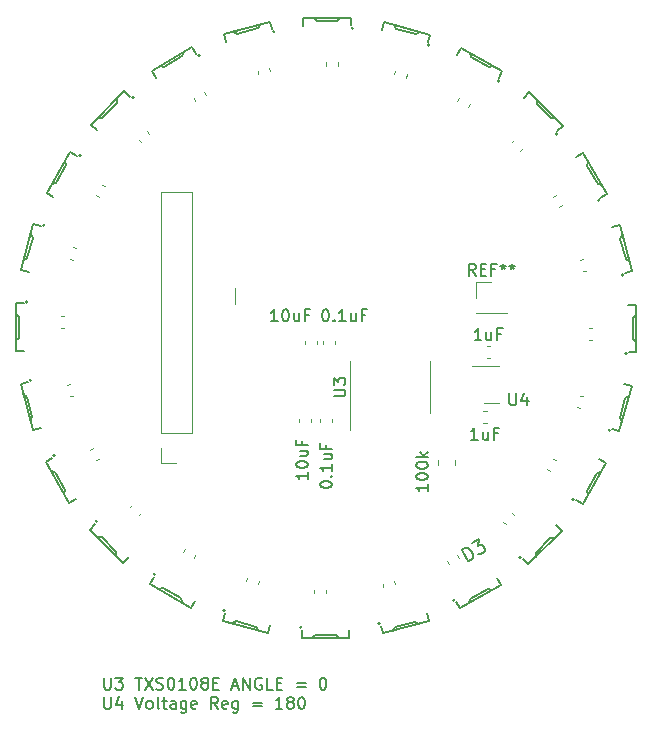
<source format=gbr>
G04 #@! TF.GenerationSoftware,KiCad,Pcbnew,7.0.2-0*
G04 #@! TF.CreationDate,2023-06-19T13:03:14-04:00*
G04 #@! TF.ProjectId,speed_joystick,73706565-645f-46a6-9f79-737469636b2e,rev?*
G04 #@! TF.SameCoordinates,Original*
G04 #@! TF.FileFunction,Legend,Top*
G04 #@! TF.FilePolarity,Positive*
%FSLAX46Y46*%
G04 Gerber Fmt 4.6, Leading zero omitted, Abs format (unit mm)*
G04 Created by KiCad (PCBNEW 7.0.2-0) date 2023-06-19 13:03:14*
%MOMM*%
%LPD*%
G01*
G04 APERTURE LIST*
%ADD10C,0.150000*%
%ADD11C,0.152000*%
%ADD12C,0.120000*%
G04 APERTURE END LIST*
D10*
X-18811904Y-29642619D02*
X-18811904Y-30452142D01*
X-18811904Y-30452142D02*
X-18764285Y-30547380D01*
X-18764285Y-30547380D02*
X-18716666Y-30595000D01*
X-18716666Y-30595000D02*
X-18621428Y-30642619D01*
X-18621428Y-30642619D02*
X-18430952Y-30642619D01*
X-18430952Y-30642619D02*
X-18335714Y-30595000D01*
X-18335714Y-30595000D02*
X-18288095Y-30547380D01*
X-18288095Y-30547380D02*
X-18240476Y-30452142D01*
X-18240476Y-30452142D02*
X-18240476Y-29642619D01*
X-17859523Y-29642619D02*
X-17240476Y-29642619D01*
X-17240476Y-29642619D02*
X-17573809Y-30023571D01*
X-17573809Y-30023571D02*
X-17430952Y-30023571D01*
X-17430952Y-30023571D02*
X-17335714Y-30071190D01*
X-17335714Y-30071190D02*
X-17288095Y-30118809D01*
X-17288095Y-30118809D02*
X-17240476Y-30214047D01*
X-17240476Y-30214047D02*
X-17240476Y-30452142D01*
X-17240476Y-30452142D02*
X-17288095Y-30547380D01*
X-17288095Y-30547380D02*
X-17335714Y-30595000D01*
X-17335714Y-30595000D02*
X-17430952Y-30642619D01*
X-17430952Y-30642619D02*
X-17716666Y-30642619D01*
X-17716666Y-30642619D02*
X-17811904Y-30595000D01*
X-17811904Y-30595000D02*
X-17859523Y-30547380D01*
X-16192856Y-29642619D02*
X-15621428Y-29642619D01*
X-15907142Y-30642619D02*
X-15907142Y-29642619D01*
X-15383332Y-29642619D02*
X-14716666Y-30642619D01*
X-14716666Y-29642619D02*
X-15383332Y-30642619D01*
X-14383332Y-30595000D02*
X-14240475Y-30642619D01*
X-14240475Y-30642619D02*
X-14002380Y-30642619D01*
X-14002380Y-30642619D02*
X-13907142Y-30595000D01*
X-13907142Y-30595000D02*
X-13859523Y-30547380D01*
X-13859523Y-30547380D02*
X-13811904Y-30452142D01*
X-13811904Y-30452142D02*
X-13811904Y-30356904D01*
X-13811904Y-30356904D02*
X-13859523Y-30261666D01*
X-13859523Y-30261666D02*
X-13907142Y-30214047D01*
X-13907142Y-30214047D02*
X-14002380Y-30166428D01*
X-14002380Y-30166428D02*
X-14192856Y-30118809D01*
X-14192856Y-30118809D02*
X-14288094Y-30071190D01*
X-14288094Y-30071190D02*
X-14335713Y-30023571D01*
X-14335713Y-30023571D02*
X-14383332Y-29928333D01*
X-14383332Y-29928333D02*
X-14383332Y-29833095D01*
X-14383332Y-29833095D02*
X-14335713Y-29737857D01*
X-14335713Y-29737857D02*
X-14288094Y-29690238D01*
X-14288094Y-29690238D02*
X-14192856Y-29642619D01*
X-14192856Y-29642619D02*
X-13954761Y-29642619D01*
X-13954761Y-29642619D02*
X-13811904Y-29690238D01*
X-13192856Y-29642619D02*
X-13097618Y-29642619D01*
X-13097618Y-29642619D02*
X-13002380Y-29690238D01*
X-13002380Y-29690238D02*
X-12954761Y-29737857D01*
X-12954761Y-29737857D02*
X-12907142Y-29833095D01*
X-12907142Y-29833095D02*
X-12859523Y-30023571D01*
X-12859523Y-30023571D02*
X-12859523Y-30261666D01*
X-12859523Y-30261666D02*
X-12907142Y-30452142D01*
X-12907142Y-30452142D02*
X-12954761Y-30547380D01*
X-12954761Y-30547380D02*
X-13002380Y-30595000D01*
X-13002380Y-30595000D02*
X-13097618Y-30642619D01*
X-13097618Y-30642619D02*
X-13192856Y-30642619D01*
X-13192856Y-30642619D02*
X-13288094Y-30595000D01*
X-13288094Y-30595000D02*
X-13335713Y-30547380D01*
X-13335713Y-30547380D02*
X-13383332Y-30452142D01*
X-13383332Y-30452142D02*
X-13430951Y-30261666D01*
X-13430951Y-30261666D02*
X-13430951Y-30023571D01*
X-13430951Y-30023571D02*
X-13383332Y-29833095D01*
X-13383332Y-29833095D02*
X-13335713Y-29737857D01*
X-13335713Y-29737857D02*
X-13288094Y-29690238D01*
X-13288094Y-29690238D02*
X-13192856Y-29642619D01*
X-11907142Y-30642619D02*
X-12478570Y-30642619D01*
X-12192856Y-30642619D02*
X-12192856Y-29642619D01*
X-12192856Y-29642619D02*
X-12288094Y-29785476D01*
X-12288094Y-29785476D02*
X-12383332Y-29880714D01*
X-12383332Y-29880714D02*
X-12478570Y-29928333D01*
X-11288094Y-29642619D02*
X-11192856Y-29642619D01*
X-11192856Y-29642619D02*
X-11097618Y-29690238D01*
X-11097618Y-29690238D02*
X-11049999Y-29737857D01*
X-11049999Y-29737857D02*
X-11002380Y-29833095D01*
X-11002380Y-29833095D02*
X-10954761Y-30023571D01*
X-10954761Y-30023571D02*
X-10954761Y-30261666D01*
X-10954761Y-30261666D02*
X-11002380Y-30452142D01*
X-11002380Y-30452142D02*
X-11049999Y-30547380D01*
X-11049999Y-30547380D02*
X-11097618Y-30595000D01*
X-11097618Y-30595000D02*
X-11192856Y-30642619D01*
X-11192856Y-30642619D02*
X-11288094Y-30642619D01*
X-11288094Y-30642619D02*
X-11383332Y-30595000D01*
X-11383332Y-30595000D02*
X-11430951Y-30547380D01*
X-11430951Y-30547380D02*
X-11478570Y-30452142D01*
X-11478570Y-30452142D02*
X-11526189Y-30261666D01*
X-11526189Y-30261666D02*
X-11526189Y-30023571D01*
X-11526189Y-30023571D02*
X-11478570Y-29833095D01*
X-11478570Y-29833095D02*
X-11430951Y-29737857D01*
X-11430951Y-29737857D02*
X-11383332Y-29690238D01*
X-11383332Y-29690238D02*
X-11288094Y-29642619D01*
X-10383332Y-30071190D02*
X-10478570Y-30023571D01*
X-10478570Y-30023571D02*
X-10526189Y-29975952D01*
X-10526189Y-29975952D02*
X-10573808Y-29880714D01*
X-10573808Y-29880714D02*
X-10573808Y-29833095D01*
X-10573808Y-29833095D02*
X-10526189Y-29737857D01*
X-10526189Y-29737857D02*
X-10478570Y-29690238D01*
X-10478570Y-29690238D02*
X-10383332Y-29642619D01*
X-10383332Y-29642619D02*
X-10192856Y-29642619D01*
X-10192856Y-29642619D02*
X-10097618Y-29690238D01*
X-10097618Y-29690238D02*
X-10049999Y-29737857D01*
X-10049999Y-29737857D02*
X-10002380Y-29833095D01*
X-10002380Y-29833095D02*
X-10002380Y-29880714D01*
X-10002380Y-29880714D02*
X-10049999Y-29975952D01*
X-10049999Y-29975952D02*
X-10097618Y-30023571D01*
X-10097618Y-30023571D02*
X-10192856Y-30071190D01*
X-10192856Y-30071190D02*
X-10383332Y-30071190D01*
X-10383332Y-30071190D02*
X-10478570Y-30118809D01*
X-10478570Y-30118809D02*
X-10526189Y-30166428D01*
X-10526189Y-30166428D02*
X-10573808Y-30261666D01*
X-10573808Y-30261666D02*
X-10573808Y-30452142D01*
X-10573808Y-30452142D02*
X-10526189Y-30547380D01*
X-10526189Y-30547380D02*
X-10478570Y-30595000D01*
X-10478570Y-30595000D02*
X-10383332Y-30642619D01*
X-10383332Y-30642619D02*
X-10192856Y-30642619D01*
X-10192856Y-30642619D02*
X-10097618Y-30595000D01*
X-10097618Y-30595000D02*
X-10049999Y-30547380D01*
X-10049999Y-30547380D02*
X-10002380Y-30452142D01*
X-10002380Y-30452142D02*
X-10002380Y-30261666D01*
X-10002380Y-30261666D02*
X-10049999Y-30166428D01*
X-10049999Y-30166428D02*
X-10097618Y-30118809D01*
X-10097618Y-30118809D02*
X-10192856Y-30071190D01*
X-9573808Y-30118809D02*
X-9240475Y-30118809D01*
X-9097618Y-30642619D02*
X-9573808Y-30642619D01*
X-9573808Y-30642619D02*
X-9573808Y-29642619D01*
X-9573808Y-29642619D02*
X-9097618Y-29642619D01*
X-7954760Y-30356904D02*
X-7478570Y-30356904D01*
X-8049998Y-30642619D02*
X-7716665Y-29642619D01*
X-7716665Y-29642619D02*
X-7383332Y-30642619D01*
X-7049998Y-30642619D02*
X-7049998Y-29642619D01*
X-7049998Y-29642619D02*
X-6478570Y-30642619D01*
X-6478570Y-30642619D02*
X-6478570Y-29642619D01*
X-5478570Y-29690238D02*
X-5573808Y-29642619D01*
X-5573808Y-29642619D02*
X-5716665Y-29642619D01*
X-5716665Y-29642619D02*
X-5859522Y-29690238D01*
X-5859522Y-29690238D02*
X-5954760Y-29785476D01*
X-5954760Y-29785476D02*
X-6002379Y-29880714D01*
X-6002379Y-29880714D02*
X-6049998Y-30071190D01*
X-6049998Y-30071190D02*
X-6049998Y-30214047D01*
X-6049998Y-30214047D02*
X-6002379Y-30404523D01*
X-6002379Y-30404523D02*
X-5954760Y-30499761D01*
X-5954760Y-30499761D02*
X-5859522Y-30595000D01*
X-5859522Y-30595000D02*
X-5716665Y-30642619D01*
X-5716665Y-30642619D02*
X-5621427Y-30642619D01*
X-5621427Y-30642619D02*
X-5478570Y-30595000D01*
X-5478570Y-30595000D02*
X-5430951Y-30547380D01*
X-5430951Y-30547380D02*
X-5430951Y-30214047D01*
X-5430951Y-30214047D02*
X-5621427Y-30214047D01*
X-4526189Y-30642619D02*
X-5002379Y-30642619D01*
X-5002379Y-30642619D02*
X-5002379Y-29642619D01*
X-4192855Y-30118809D02*
X-3859522Y-30118809D01*
X-3716665Y-30642619D02*
X-4192855Y-30642619D01*
X-4192855Y-30642619D02*
X-4192855Y-29642619D01*
X-4192855Y-29642619D02*
X-3716665Y-29642619D01*
X-2526188Y-30118809D02*
X-1764284Y-30118809D01*
X-1764284Y-30404523D02*
X-2526188Y-30404523D01*
X-335712Y-29642619D02*
X-240474Y-29642619D01*
X-240474Y-29642619D02*
X-145236Y-29690238D01*
X-145236Y-29690238D02*
X-97617Y-29737857D01*
X-97617Y-29737857D02*
X-49998Y-29833095D01*
X-49998Y-29833095D02*
X-2379Y-30023571D01*
X-2379Y-30023571D02*
X-2379Y-30261666D01*
X-2379Y-30261666D02*
X-49998Y-30452142D01*
X-49998Y-30452142D02*
X-97617Y-30547380D01*
X-97617Y-30547380D02*
X-145236Y-30595000D01*
X-145236Y-30595000D02*
X-240474Y-30642619D01*
X-240474Y-30642619D02*
X-335712Y-30642619D01*
X-335712Y-30642619D02*
X-430950Y-30595000D01*
X-430950Y-30595000D02*
X-478569Y-30547380D01*
X-478569Y-30547380D02*
X-526188Y-30452142D01*
X-526188Y-30452142D02*
X-573807Y-30261666D01*
X-573807Y-30261666D02*
X-573807Y-30023571D01*
X-573807Y-30023571D02*
X-526188Y-29833095D01*
X-526188Y-29833095D02*
X-478569Y-29737857D01*
X-478569Y-29737857D02*
X-430950Y-29690238D01*
X-430950Y-29690238D02*
X-335712Y-29642619D01*
X-18811904Y-31262619D02*
X-18811904Y-32072142D01*
X-18811904Y-32072142D02*
X-18764285Y-32167380D01*
X-18764285Y-32167380D02*
X-18716666Y-32215000D01*
X-18716666Y-32215000D02*
X-18621428Y-32262619D01*
X-18621428Y-32262619D02*
X-18430952Y-32262619D01*
X-18430952Y-32262619D02*
X-18335714Y-32215000D01*
X-18335714Y-32215000D02*
X-18288095Y-32167380D01*
X-18288095Y-32167380D02*
X-18240476Y-32072142D01*
X-18240476Y-32072142D02*
X-18240476Y-31262619D01*
X-17335714Y-31595952D02*
X-17335714Y-32262619D01*
X-17573809Y-31215000D02*
X-17811904Y-31929285D01*
X-17811904Y-31929285D02*
X-17192857Y-31929285D01*
X-16192856Y-31262619D02*
X-15859523Y-32262619D01*
X-15859523Y-32262619D02*
X-15526190Y-31262619D01*
X-15049999Y-32262619D02*
X-15145237Y-32215000D01*
X-15145237Y-32215000D02*
X-15192856Y-32167380D01*
X-15192856Y-32167380D02*
X-15240475Y-32072142D01*
X-15240475Y-32072142D02*
X-15240475Y-31786428D01*
X-15240475Y-31786428D02*
X-15192856Y-31691190D01*
X-15192856Y-31691190D02*
X-15145237Y-31643571D01*
X-15145237Y-31643571D02*
X-15049999Y-31595952D01*
X-15049999Y-31595952D02*
X-14907142Y-31595952D01*
X-14907142Y-31595952D02*
X-14811904Y-31643571D01*
X-14811904Y-31643571D02*
X-14764285Y-31691190D01*
X-14764285Y-31691190D02*
X-14716666Y-31786428D01*
X-14716666Y-31786428D02*
X-14716666Y-32072142D01*
X-14716666Y-32072142D02*
X-14764285Y-32167380D01*
X-14764285Y-32167380D02*
X-14811904Y-32215000D01*
X-14811904Y-32215000D02*
X-14907142Y-32262619D01*
X-14907142Y-32262619D02*
X-15049999Y-32262619D01*
X-14145237Y-32262619D02*
X-14240475Y-32215000D01*
X-14240475Y-32215000D02*
X-14288094Y-32119761D01*
X-14288094Y-32119761D02*
X-14288094Y-31262619D01*
X-13907141Y-31595952D02*
X-13526189Y-31595952D01*
X-13764284Y-31262619D02*
X-13764284Y-32119761D01*
X-13764284Y-32119761D02*
X-13716665Y-32215000D01*
X-13716665Y-32215000D02*
X-13621427Y-32262619D01*
X-13621427Y-32262619D02*
X-13526189Y-32262619D01*
X-12764284Y-32262619D02*
X-12764284Y-31738809D01*
X-12764284Y-31738809D02*
X-12811903Y-31643571D01*
X-12811903Y-31643571D02*
X-12907141Y-31595952D01*
X-12907141Y-31595952D02*
X-13097617Y-31595952D01*
X-13097617Y-31595952D02*
X-13192855Y-31643571D01*
X-12764284Y-32215000D02*
X-12859522Y-32262619D01*
X-12859522Y-32262619D02*
X-13097617Y-32262619D01*
X-13097617Y-32262619D02*
X-13192855Y-32215000D01*
X-13192855Y-32215000D02*
X-13240474Y-32119761D01*
X-13240474Y-32119761D02*
X-13240474Y-32024523D01*
X-13240474Y-32024523D02*
X-13192855Y-31929285D01*
X-13192855Y-31929285D02*
X-13097617Y-31881666D01*
X-13097617Y-31881666D02*
X-12859522Y-31881666D01*
X-12859522Y-31881666D02*
X-12764284Y-31834047D01*
X-11859522Y-31595952D02*
X-11859522Y-32405476D01*
X-11859522Y-32405476D02*
X-11907141Y-32500714D01*
X-11907141Y-32500714D02*
X-11954760Y-32548333D01*
X-11954760Y-32548333D02*
X-12049998Y-32595952D01*
X-12049998Y-32595952D02*
X-12192855Y-32595952D01*
X-12192855Y-32595952D02*
X-12288093Y-32548333D01*
X-11859522Y-32215000D02*
X-11954760Y-32262619D01*
X-11954760Y-32262619D02*
X-12145236Y-32262619D01*
X-12145236Y-32262619D02*
X-12240474Y-32215000D01*
X-12240474Y-32215000D02*
X-12288093Y-32167380D01*
X-12288093Y-32167380D02*
X-12335712Y-32072142D01*
X-12335712Y-32072142D02*
X-12335712Y-31786428D01*
X-12335712Y-31786428D02*
X-12288093Y-31691190D01*
X-12288093Y-31691190D02*
X-12240474Y-31643571D01*
X-12240474Y-31643571D02*
X-12145236Y-31595952D01*
X-12145236Y-31595952D02*
X-11954760Y-31595952D01*
X-11954760Y-31595952D02*
X-11859522Y-31643571D01*
X-11002379Y-32215000D02*
X-11097617Y-32262619D01*
X-11097617Y-32262619D02*
X-11288093Y-32262619D01*
X-11288093Y-32262619D02*
X-11383331Y-32215000D01*
X-11383331Y-32215000D02*
X-11430950Y-32119761D01*
X-11430950Y-32119761D02*
X-11430950Y-31738809D01*
X-11430950Y-31738809D02*
X-11383331Y-31643571D01*
X-11383331Y-31643571D02*
X-11288093Y-31595952D01*
X-11288093Y-31595952D02*
X-11097617Y-31595952D01*
X-11097617Y-31595952D02*
X-11002379Y-31643571D01*
X-11002379Y-31643571D02*
X-10954760Y-31738809D01*
X-10954760Y-31738809D02*
X-10954760Y-31834047D01*
X-10954760Y-31834047D02*
X-11430950Y-31929285D01*
X-9192855Y-32262619D02*
X-9526188Y-31786428D01*
X-9764283Y-32262619D02*
X-9764283Y-31262619D01*
X-9764283Y-31262619D02*
X-9383331Y-31262619D01*
X-9383331Y-31262619D02*
X-9288093Y-31310238D01*
X-9288093Y-31310238D02*
X-9240474Y-31357857D01*
X-9240474Y-31357857D02*
X-9192855Y-31453095D01*
X-9192855Y-31453095D02*
X-9192855Y-31595952D01*
X-9192855Y-31595952D02*
X-9240474Y-31691190D01*
X-9240474Y-31691190D02*
X-9288093Y-31738809D01*
X-9288093Y-31738809D02*
X-9383331Y-31786428D01*
X-9383331Y-31786428D02*
X-9764283Y-31786428D01*
X-8383331Y-32215000D02*
X-8478569Y-32262619D01*
X-8478569Y-32262619D02*
X-8669045Y-32262619D01*
X-8669045Y-32262619D02*
X-8764283Y-32215000D01*
X-8764283Y-32215000D02*
X-8811902Y-32119761D01*
X-8811902Y-32119761D02*
X-8811902Y-31738809D01*
X-8811902Y-31738809D02*
X-8764283Y-31643571D01*
X-8764283Y-31643571D02*
X-8669045Y-31595952D01*
X-8669045Y-31595952D02*
X-8478569Y-31595952D01*
X-8478569Y-31595952D02*
X-8383331Y-31643571D01*
X-8383331Y-31643571D02*
X-8335712Y-31738809D01*
X-8335712Y-31738809D02*
X-8335712Y-31834047D01*
X-8335712Y-31834047D02*
X-8811902Y-31929285D01*
X-7478569Y-31595952D02*
X-7478569Y-32405476D01*
X-7478569Y-32405476D02*
X-7526188Y-32500714D01*
X-7526188Y-32500714D02*
X-7573807Y-32548333D01*
X-7573807Y-32548333D02*
X-7669045Y-32595952D01*
X-7669045Y-32595952D02*
X-7811902Y-32595952D01*
X-7811902Y-32595952D02*
X-7907140Y-32548333D01*
X-7478569Y-32215000D02*
X-7573807Y-32262619D01*
X-7573807Y-32262619D02*
X-7764283Y-32262619D01*
X-7764283Y-32262619D02*
X-7859521Y-32215000D01*
X-7859521Y-32215000D02*
X-7907140Y-32167380D01*
X-7907140Y-32167380D02*
X-7954759Y-32072142D01*
X-7954759Y-32072142D02*
X-7954759Y-31786428D01*
X-7954759Y-31786428D02*
X-7907140Y-31691190D01*
X-7907140Y-31691190D02*
X-7859521Y-31643571D01*
X-7859521Y-31643571D02*
X-7764283Y-31595952D01*
X-7764283Y-31595952D02*
X-7573807Y-31595952D01*
X-7573807Y-31595952D02*
X-7478569Y-31643571D01*
X-6240473Y-31738809D02*
X-5478569Y-31738809D01*
X-5478569Y-32024523D02*
X-6240473Y-32024523D01*
X-3716664Y-32262619D02*
X-4288092Y-32262619D01*
X-4002378Y-32262619D02*
X-4002378Y-31262619D01*
X-4002378Y-31262619D02*
X-4097616Y-31405476D01*
X-4097616Y-31405476D02*
X-4192854Y-31500714D01*
X-4192854Y-31500714D02*
X-4288092Y-31548333D01*
X-3145235Y-31691190D02*
X-3240473Y-31643571D01*
X-3240473Y-31643571D02*
X-3288092Y-31595952D01*
X-3288092Y-31595952D02*
X-3335711Y-31500714D01*
X-3335711Y-31500714D02*
X-3335711Y-31453095D01*
X-3335711Y-31453095D02*
X-3288092Y-31357857D01*
X-3288092Y-31357857D02*
X-3240473Y-31310238D01*
X-3240473Y-31310238D02*
X-3145235Y-31262619D01*
X-3145235Y-31262619D02*
X-2954759Y-31262619D01*
X-2954759Y-31262619D02*
X-2859521Y-31310238D01*
X-2859521Y-31310238D02*
X-2811902Y-31357857D01*
X-2811902Y-31357857D02*
X-2764283Y-31453095D01*
X-2764283Y-31453095D02*
X-2764283Y-31500714D01*
X-2764283Y-31500714D02*
X-2811902Y-31595952D01*
X-2811902Y-31595952D02*
X-2859521Y-31643571D01*
X-2859521Y-31643571D02*
X-2954759Y-31691190D01*
X-2954759Y-31691190D02*
X-3145235Y-31691190D01*
X-3145235Y-31691190D02*
X-3240473Y-31738809D01*
X-3240473Y-31738809D02*
X-3288092Y-31786428D01*
X-3288092Y-31786428D02*
X-3335711Y-31881666D01*
X-3335711Y-31881666D02*
X-3335711Y-32072142D01*
X-3335711Y-32072142D02*
X-3288092Y-32167380D01*
X-3288092Y-32167380D02*
X-3240473Y-32215000D01*
X-3240473Y-32215000D02*
X-3145235Y-32262619D01*
X-3145235Y-32262619D02*
X-2954759Y-32262619D01*
X-2954759Y-32262619D02*
X-2859521Y-32215000D01*
X-2859521Y-32215000D02*
X-2811902Y-32167380D01*
X-2811902Y-32167380D02*
X-2764283Y-32072142D01*
X-2764283Y-32072142D02*
X-2764283Y-31881666D01*
X-2764283Y-31881666D02*
X-2811902Y-31786428D01*
X-2811902Y-31786428D02*
X-2859521Y-31738809D01*
X-2859521Y-31738809D02*
X-2954759Y-31691190D01*
X-2145235Y-31262619D02*
X-2049997Y-31262619D01*
X-2049997Y-31262619D02*
X-1954759Y-31310238D01*
X-1954759Y-31310238D02*
X-1907140Y-31357857D01*
X-1907140Y-31357857D02*
X-1859521Y-31453095D01*
X-1859521Y-31453095D02*
X-1811902Y-31643571D01*
X-1811902Y-31643571D02*
X-1811902Y-31881666D01*
X-1811902Y-31881666D02*
X-1859521Y-32072142D01*
X-1859521Y-32072142D02*
X-1907140Y-32167380D01*
X-1907140Y-32167380D02*
X-1954759Y-32215000D01*
X-1954759Y-32215000D02*
X-2049997Y-32262619D01*
X-2049997Y-32262619D02*
X-2145235Y-32262619D01*
X-2145235Y-32262619D02*
X-2240473Y-32215000D01*
X-2240473Y-32215000D02*
X-2288092Y-32167380D01*
X-2288092Y-32167380D02*
X-2335711Y-32072142D01*
X-2335711Y-32072142D02*
X-2383330Y-31881666D01*
X-2383330Y-31881666D02*
X-2383330Y-31643571D01*
X-2383330Y-31643571D02*
X-2335711Y-31453095D01*
X-2335711Y-31453095D02*
X-2288092Y-31357857D01*
X-2288092Y-31357857D02*
X-2240473Y-31310238D01*
X-2240473Y-31310238D02*
X-2145235Y-31262619D01*
X12826261Y-9468619D02*
X12254833Y-9468619D01*
X12540547Y-9468619D02*
X12540547Y-8468619D01*
X12540547Y-8468619D02*
X12445309Y-8611476D01*
X12445309Y-8611476D02*
X12350071Y-8706714D01*
X12350071Y-8706714D02*
X12254833Y-8754333D01*
X13683404Y-8801952D02*
X13683404Y-9468619D01*
X13254833Y-8801952D02*
X13254833Y-9325761D01*
X13254833Y-9325761D02*
X13302452Y-9421000D01*
X13302452Y-9421000D02*
X13397690Y-9468619D01*
X13397690Y-9468619D02*
X13540547Y-9468619D01*
X13540547Y-9468619D02*
X13635785Y-9421000D01*
X13635785Y-9421000D02*
X13683404Y-9373380D01*
X14492928Y-8944809D02*
X14159595Y-8944809D01*
X14159595Y-9468619D02*
X14159595Y-8468619D01*
X14159595Y-8468619D02*
X14635785Y-8468619D01*
D11*
X12023040Y-19772229D02*
X11451540Y-18782362D01*
X11451540Y-18782362D02*
X11687223Y-18646291D01*
X11687223Y-18646291D02*
X11855846Y-18611785D01*
X11855846Y-18611785D02*
X12004548Y-18651629D01*
X12004548Y-18651629D02*
X12106113Y-18718688D01*
X12106113Y-18718688D02*
X12262107Y-18880020D01*
X12262107Y-18880020D02*
X12343750Y-19021429D01*
X12343750Y-19021429D02*
X12405470Y-19237190D01*
X12405470Y-19237190D02*
X12412762Y-19358677D01*
X12412762Y-19358677D02*
X12372918Y-19507379D01*
X12372918Y-19507379D02*
X12258723Y-19636158D01*
X12258723Y-19636158D02*
X12023040Y-19772229D01*
X12347134Y-18265291D02*
X12959909Y-17911505D01*
X12959909Y-17911505D02*
X12847667Y-18479097D01*
X12847667Y-18479097D02*
X12989077Y-18397455D01*
X12989077Y-18397455D02*
X13110564Y-18390163D01*
X13110564Y-18390163D02*
X13184915Y-18410085D01*
X13184915Y-18410085D02*
X13286480Y-18477144D01*
X13286480Y-18477144D02*
X13422552Y-18712826D01*
X13422552Y-18712826D02*
X13429844Y-18834314D01*
X13429844Y-18834314D02*
X13409921Y-18908664D01*
X13409921Y-18908664D02*
X13342863Y-19010229D01*
X13342863Y-19010229D02*
X13060043Y-19173515D01*
X13060043Y-19173515D02*
X12938556Y-19180807D01*
X12938556Y-19180807D02*
X12864205Y-19160885D01*
D10*
X-118856Y1553380D02*
X-23618Y1553380D01*
X-23618Y1553380D02*
X71619Y1505761D01*
X71619Y1505761D02*
X119238Y1458142D01*
X119238Y1458142D02*
X166857Y1362904D01*
X166857Y1362904D02*
X214476Y1172428D01*
X214476Y1172428D02*
X214476Y934333D01*
X214476Y934333D02*
X166857Y743857D01*
X166857Y743857D02*
X119238Y648619D01*
X119238Y648619D02*
X71619Y601000D01*
X71619Y601000D02*
X-23618Y553380D01*
X-23618Y553380D02*
X-118856Y553380D01*
X-118856Y553380D02*
X-214094Y601000D01*
X-214094Y601000D02*
X-261713Y648619D01*
X-261713Y648619D02*
X-309332Y743857D01*
X-309332Y743857D02*
X-356951Y934333D01*
X-356951Y934333D02*
X-356951Y1172428D01*
X-356951Y1172428D02*
X-309332Y1362904D01*
X-309332Y1362904D02*
X-261713Y1458142D01*
X-261713Y1458142D02*
X-214094Y1505761D01*
X-214094Y1505761D02*
X-118856Y1553380D01*
X643048Y648619D02*
X690667Y601000D01*
X690667Y601000D02*
X643048Y553380D01*
X643048Y553380D02*
X595429Y601000D01*
X595429Y601000D02*
X643048Y648619D01*
X643048Y648619D02*
X643048Y553380D01*
X1643047Y553380D02*
X1071619Y553380D01*
X1357333Y553380D02*
X1357333Y1553380D01*
X1357333Y1553380D02*
X1262095Y1410523D01*
X1262095Y1410523D02*
X1166857Y1315285D01*
X1166857Y1315285D02*
X1071619Y1267666D01*
X2500190Y1220047D02*
X2500190Y553380D01*
X2071619Y1220047D02*
X2071619Y696238D01*
X2071619Y696238D02*
X2119238Y601000D01*
X2119238Y601000D02*
X2214476Y553380D01*
X2214476Y553380D02*
X2357333Y553380D01*
X2357333Y553380D02*
X2452571Y601000D01*
X2452571Y601000D02*
X2500190Y648619D01*
X3309714Y1077190D02*
X2976381Y1077190D01*
X2976381Y553380D02*
X2976381Y1553380D01*
X2976381Y1553380D02*
X3452571Y1553380D01*
X15494095Y-5558619D02*
X15494095Y-6368142D01*
X15494095Y-6368142D02*
X15541714Y-6463380D01*
X15541714Y-6463380D02*
X15589333Y-6511000D01*
X15589333Y-6511000D02*
X15684571Y-6558619D01*
X15684571Y-6558619D02*
X15875047Y-6558619D01*
X15875047Y-6558619D02*
X15970285Y-6511000D01*
X15970285Y-6511000D02*
X16017904Y-6463380D01*
X16017904Y-6463380D02*
X16065523Y-6368142D01*
X16065523Y-6368142D02*
X16065523Y-5558619D01*
X16970285Y-5891952D02*
X16970285Y-6558619D01*
X16732190Y-5511000D02*
X16494095Y-6225285D01*
X16494095Y-6225285D02*
X17113142Y-6225285D01*
X-537380Y-13326856D02*
X-537380Y-13231618D01*
X-537380Y-13231618D02*
X-489761Y-13136380D01*
X-489761Y-13136380D02*
X-442142Y-13088761D01*
X-442142Y-13088761D02*
X-346904Y-13041142D01*
X-346904Y-13041142D02*
X-156428Y-12993523D01*
X-156428Y-12993523D02*
X81666Y-12993523D01*
X81666Y-12993523D02*
X272142Y-13041142D01*
X272142Y-13041142D02*
X367380Y-13088761D01*
X367380Y-13088761D02*
X415000Y-13136380D01*
X415000Y-13136380D02*
X462619Y-13231618D01*
X462619Y-13231618D02*
X462619Y-13326856D01*
X462619Y-13326856D02*
X415000Y-13422094D01*
X415000Y-13422094D02*
X367380Y-13469713D01*
X367380Y-13469713D02*
X272142Y-13517332D01*
X272142Y-13517332D02*
X81666Y-13564951D01*
X81666Y-13564951D02*
X-156428Y-13564951D01*
X-156428Y-13564951D02*
X-346904Y-13517332D01*
X-346904Y-13517332D02*
X-442142Y-13469713D01*
X-442142Y-13469713D02*
X-489761Y-13422094D01*
X-489761Y-13422094D02*
X-537380Y-13326856D01*
X367380Y-12564951D02*
X415000Y-12517332D01*
X415000Y-12517332D02*
X462619Y-12564951D01*
X462619Y-12564951D02*
X415000Y-12612570D01*
X415000Y-12612570D02*
X367380Y-12564951D01*
X367380Y-12564951D02*
X462619Y-12564951D01*
X462619Y-11564952D02*
X462619Y-12136380D01*
X462619Y-11850666D02*
X-537380Y-11850666D01*
X-537380Y-11850666D02*
X-394523Y-11945904D01*
X-394523Y-11945904D02*
X-299285Y-12041142D01*
X-299285Y-12041142D02*
X-251666Y-12136380D01*
X-204047Y-10707809D02*
X462619Y-10707809D01*
X-204047Y-11136380D02*
X319761Y-11136380D01*
X319761Y-11136380D02*
X415000Y-11088761D01*
X415000Y-11088761D02*
X462619Y-10993523D01*
X462619Y-10993523D02*
X462619Y-10850666D01*
X462619Y-10850666D02*
X415000Y-10755428D01*
X415000Y-10755428D02*
X367380Y-10707809D01*
X-61190Y-9898285D02*
X-61190Y-10231618D01*
X462619Y-10231618D02*
X-537380Y-10231618D01*
X-537380Y-10231618D02*
X-537380Y-9755428D01*
X-4119428Y553380D02*
X-4690856Y553380D01*
X-4405142Y553380D02*
X-4405142Y1553380D01*
X-4405142Y1553380D02*
X-4500380Y1410523D01*
X-4500380Y1410523D02*
X-4595618Y1315285D01*
X-4595618Y1315285D02*
X-4690856Y1267666D01*
X-3500380Y1553380D02*
X-3405142Y1553380D01*
X-3405142Y1553380D02*
X-3309904Y1505761D01*
X-3309904Y1505761D02*
X-3262285Y1458142D01*
X-3262285Y1458142D02*
X-3214666Y1362904D01*
X-3214666Y1362904D02*
X-3167047Y1172428D01*
X-3167047Y1172428D02*
X-3167047Y934333D01*
X-3167047Y934333D02*
X-3214666Y743857D01*
X-3214666Y743857D02*
X-3262285Y648619D01*
X-3262285Y648619D02*
X-3309904Y601000D01*
X-3309904Y601000D02*
X-3405142Y553380D01*
X-3405142Y553380D02*
X-3500380Y553380D01*
X-3500380Y553380D02*
X-3595618Y601000D01*
X-3595618Y601000D02*
X-3643237Y648619D01*
X-3643237Y648619D02*
X-3690856Y743857D01*
X-3690856Y743857D02*
X-3738475Y934333D01*
X-3738475Y934333D02*
X-3738475Y1172428D01*
X-3738475Y1172428D02*
X-3690856Y1362904D01*
X-3690856Y1362904D02*
X-3643237Y1458142D01*
X-3643237Y1458142D02*
X-3595618Y1505761D01*
X-3595618Y1505761D02*
X-3500380Y1553380D01*
X-2309904Y1220047D02*
X-2309904Y553380D01*
X-2738475Y1220047D02*
X-2738475Y696238D01*
X-2738475Y696238D02*
X-2690856Y601000D01*
X-2690856Y601000D02*
X-2595618Y553380D01*
X-2595618Y553380D02*
X-2452761Y553380D01*
X-2452761Y553380D02*
X-2357523Y601000D01*
X-2357523Y601000D02*
X-2309904Y648619D01*
X-1500380Y1077190D02*
X-1833713Y1077190D01*
X-1833713Y553380D02*
X-1833713Y1553380D01*
X-1833713Y1553380D02*
X-1357523Y1553380D01*
X618019Y-5808804D02*
X1427542Y-5808804D01*
X1427542Y-5808804D02*
X1522780Y-5761185D01*
X1522780Y-5761185D02*
X1570400Y-5713566D01*
X1570400Y-5713566D02*
X1618019Y-5618328D01*
X1618019Y-5618328D02*
X1618019Y-5427852D01*
X1618019Y-5427852D02*
X1570400Y-5332614D01*
X1570400Y-5332614D02*
X1522780Y-5284995D01*
X1522780Y-5284995D02*
X1427542Y-5237376D01*
X1427542Y-5237376D02*
X618019Y-5237376D01*
X618019Y-4856423D02*
X618019Y-4237376D01*
X618019Y-4237376D02*
X998971Y-4570709D01*
X998971Y-4570709D02*
X998971Y-4427852D01*
X998971Y-4427852D02*
X1046590Y-4332614D01*
X1046590Y-4332614D02*
X1094209Y-4284995D01*
X1094209Y-4284995D02*
X1189447Y-4237376D01*
X1189447Y-4237376D02*
X1427542Y-4237376D01*
X1427542Y-4237376D02*
X1522780Y-4284995D01*
X1522780Y-4284995D02*
X1570400Y-4332614D01*
X1570400Y-4332614D02*
X1618019Y-4427852D01*
X1618019Y-4427852D02*
X1618019Y-4713566D01*
X1618019Y-4713566D02*
X1570400Y-4808804D01*
X1570400Y-4808804D02*
X1522780Y-4856423D01*
X-1569380Y-12247428D02*
X-1569380Y-12818856D01*
X-1569380Y-12533142D02*
X-2569380Y-12533142D01*
X-2569380Y-12533142D02*
X-2426523Y-12628380D01*
X-2426523Y-12628380D02*
X-2331285Y-12723618D01*
X-2331285Y-12723618D02*
X-2283666Y-12818856D01*
X-2569380Y-11628380D02*
X-2569380Y-11533142D01*
X-2569380Y-11533142D02*
X-2521761Y-11437904D01*
X-2521761Y-11437904D02*
X-2474142Y-11390285D01*
X-2474142Y-11390285D02*
X-2378904Y-11342666D01*
X-2378904Y-11342666D02*
X-2188428Y-11295047D01*
X-2188428Y-11295047D02*
X-1950333Y-11295047D01*
X-1950333Y-11295047D02*
X-1759857Y-11342666D01*
X-1759857Y-11342666D02*
X-1664619Y-11390285D01*
X-1664619Y-11390285D02*
X-1617000Y-11437904D01*
X-1617000Y-11437904D02*
X-1569380Y-11533142D01*
X-1569380Y-11533142D02*
X-1569380Y-11628380D01*
X-1569380Y-11628380D02*
X-1617000Y-11723618D01*
X-1617000Y-11723618D02*
X-1664619Y-11771237D01*
X-1664619Y-11771237D02*
X-1759857Y-11818856D01*
X-1759857Y-11818856D02*
X-1950333Y-11866475D01*
X-1950333Y-11866475D02*
X-2188428Y-11866475D01*
X-2188428Y-11866475D02*
X-2378904Y-11818856D01*
X-2378904Y-11818856D02*
X-2474142Y-11771237D01*
X-2474142Y-11771237D02*
X-2521761Y-11723618D01*
X-2521761Y-11723618D02*
X-2569380Y-11628380D01*
X-2236047Y-10437904D02*
X-1569380Y-10437904D01*
X-2236047Y-10866475D02*
X-1712238Y-10866475D01*
X-1712238Y-10866475D02*
X-1617000Y-10818856D01*
X-1617000Y-10818856D02*
X-1569380Y-10723618D01*
X-1569380Y-10723618D02*
X-1569380Y-10580761D01*
X-1569380Y-10580761D02*
X-1617000Y-10485523D01*
X-1617000Y-10485523D02*
X-1664619Y-10437904D01*
X-2093190Y-9628380D02*
X-2093190Y-9961713D01*
X-1569380Y-9961713D02*
X-2569380Y-9961713D01*
X-2569380Y-9961713D02*
X-2569380Y-9485523D01*
X8590619Y-13263428D02*
X8590619Y-13834856D01*
X8590619Y-13549142D02*
X7590619Y-13549142D01*
X7590619Y-13549142D02*
X7733476Y-13644380D01*
X7733476Y-13644380D02*
X7828714Y-13739618D01*
X7828714Y-13739618D02*
X7876333Y-13834856D01*
X7590619Y-12644380D02*
X7590619Y-12549142D01*
X7590619Y-12549142D02*
X7638238Y-12453904D01*
X7638238Y-12453904D02*
X7685857Y-12406285D01*
X7685857Y-12406285D02*
X7781095Y-12358666D01*
X7781095Y-12358666D02*
X7971571Y-12311047D01*
X7971571Y-12311047D02*
X8209666Y-12311047D01*
X8209666Y-12311047D02*
X8400142Y-12358666D01*
X8400142Y-12358666D02*
X8495380Y-12406285D01*
X8495380Y-12406285D02*
X8543000Y-12453904D01*
X8543000Y-12453904D02*
X8590619Y-12549142D01*
X8590619Y-12549142D02*
X8590619Y-12644380D01*
X8590619Y-12644380D02*
X8543000Y-12739618D01*
X8543000Y-12739618D02*
X8495380Y-12787237D01*
X8495380Y-12787237D02*
X8400142Y-12834856D01*
X8400142Y-12834856D02*
X8209666Y-12882475D01*
X8209666Y-12882475D02*
X7971571Y-12882475D01*
X7971571Y-12882475D02*
X7781095Y-12834856D01*
X7781095Y-12834856D02*
X7685857Y-12787237D01*
X7685857Y-12787237D02*
X7638238Y-12739618D01*
X7638238Y-12739618D02*
X7590619Y-12644380D01*
X7590619Y-11691999D02*
X7590619Y-11596761D01*
X7590619Y-11596761D02*
X7638238Y-11501523D01*
X7638238Y-11501523D02*
X7685857Y-11453904D01*
X7685857Y-11453904D02*
X7781095Y-11406285D01*
X7781095Y-11406285D02*
X7971571Y-11358666D01*
X7971571Y-11358666D02*
X8209666Y-11358666D01*
X8209666Y-11358666D02*
X8400142Y-11406285D01*
X8400142Y-11406285D02*
X8495380Y-11453904D01*
X8495380Y-11453904D02*
X8543000Y-11501523D01*
X8543000Y-11501523D02*
X8590619Y-11596761D01*
X8590619Y-11596761D02*
X8590619Y-11691999D01*
X8590619Y-11691999D02*
X8543000Y-11787237D01*
X8543000Y-11787237D02*
X8495380Y-11834856D01*
X8495380Y-11834856D02*
X8400142Y-11882475D01*
X8400142Y-11882475D02*
X8209666Y-11930094D01*
X8209666Y-11930094D02*
X7971571Y-11930094D01*
X7971571Y-11930094D02*
X7781095Y-11882475D01*
X7781095Y-11882475D02*
X7685857Y-11834856D01*
X7685857Y-11834856D02*
X7638238Y-11787237D01*
X7638238Y-11787237D02*
X7590619Y-11691999D01*
X8590619Y-10930094D02*
X7590619Y-10930094D01*
X8209666Y-10834856D02*
X8590619Y-10549142D01*
X7923952Y-10549142D02*
X8304904Y-10930094D01*
X12636666Y4407380D02*
X12303333Y4883571D01*
X12065238Y4407380D02*
X12065238Y5407380D01*
X12065238Y5407380D02*
X12446190Y5407380D01*
X12446190Y5407380D02*
X12541428Y5359761D01*
X12541428Y5359761D02*
X12589047Y5312142D01*
X12589047Y5312142D02*
X12636666Y5216904D01*
X12636666Y5216904D02*
X12636666Y5074047D01*
X12636666Y5074047D02*
X12589047Y4978809D01*
X12589047Y4978809D02*
X12541428Y4931190D01*
X12541428Y4931190D02*
X12446190Y4883571D01*
X12446190Y4883571D02*
X12065238Y4883571D01*
X13065238Y4931190D02*
X13398571Y4931190D01*
X13541428Y4407380D02*
X13065238Y4407380D01*
X13065238Y4407380D02*
X13065238Y5407380D01*
X13065238Y5407380D02*
X13541428Y5407380D01*
X14303333Y4931190D02*
X13970000Y4931190D01*
X13970000Y4407380D02*
X13970000Y5407380D01*
X13970000Y5407380D02*
X14446190Y5407380D01*
X14970000Y5407380D02*
X14970000Y5169285D01*
X14731905Y5264523D02*
X14970000Y5169285D01*
X14970000Y5169285D02*
X15208095Y5264523D01*
X14827143Y4978809D02*
X14970000Y5169285D01*
X14970000Y5169285D02*
X15112857Y4978809D01*
X15731905Y5407380D02*
X15731905Y5169285D01*
X15493810Y5264523D02*
X15731905Y5169285D01*
X15731905Y5169285D02*
X15970000Y5264523D01*
X15589048Y4978809D02*
X15731905Y5169285D01*
X15731905Y5169285D02*
X15874762Y4978809D01*
X13120761Y-1064619D02*
X12549333Y-1064619D01*
X12835047Y-1064619D02*
X12835047Y-64619D01*
X12835047Y-64619D02*
X12739809Y-207476D01*
X12739809Y-207476D02*
X12644571Y-302714D01*
X12644571Y-302714D02*
X12549333Y-350333D01*
X13977904Y-397952D02*
X13977904Y-1064619D01*
X13549333Y-397952D02*
X13549333Y-921761D01*
X13549333Y-921761D02*
X13596952Y-1017000D01*
X13596952Y-1017000D02*
X13692190Y-1064619D01*
X13692190Y-1064619D02*
X13835047Y-1064619D01*
X13835047Y-1064619D02*
X13930285Y-1017000D01*
X13930285Y-1017000D02*
X13977904Y-969380D01*
X14787428Y-540809D02*
X14454095Y-540809D01*
X14454095Y-1064619D02*
X14454095Y-64619D01*
X14454095Y-64619D02*
X14930285Y-64619D01*
D11*
X-24814210Y8779546D02*
X-24184426Y8610796D01*
X-25028512Y7979760D02*
X-25040677Y7934361D01*
X-25040677Y7934361D02*
X-24863900Y7628175D01*
X-24863900Y7628175D02*
X-25320198Y5925248D01*
X-25320198Y5925248D02*
X-25626384Y5748471D01*
X-25195554Y4740622D02*
X-25849486Y4915843D01*
X-25849486Y4915843D02*
X-24814210Y8779546D01*
D10*
X-23862638Y8674079D02*
G75*
G03*
X-23862638Y8674079I-75000J0D01*
G01*
D11*
X8779546Y24814210D02*
X8610796Y24184426D01*
X7979760Y25028512D02*
X7934361Y25040677D01*
X7934361Y25040677D02*
X7628175Y24863900D01*
X7628175Y24863900D02*
X5925248Y25320198D01*
X5925248Y25320198D02*
X5748471Y25626384D01*
X4740622Y25195554D02*
X4915843Y25849486D01*
X4915843Y25849486D02*
X8779546Y24814210D01*
D10*
X8749079Y23937638D02*
G75*
G03*
X8749079Y23937638I-75000J0D01*
G01*
D12*
X13280920Y-7066000D02*
X13562080Y-7066000D01*
X13280920Y-8086000D02*
X13562080Y-8086000D01*
D11*
X11338220Y-23754373D02*
X11012220Y-23189724D01*
X12055289Y-23340373D02*
X12095992Y-23316873D01*
X12095992Y-23316873D02*
X12187499Y-22975366D01*
X12187499Y-22975366D02*
X13714302Y-22093866D01*
X13714302Y-22093866D02*
X14055808Y-22185373D01*
X14463822Y-21168073D02*
X14802322Y-21754373D01*
X14802322Y-21754373D02*
X11338220Y-23754373D01*
D10*
X10867967Y-23059966D02*
G75*
G03*
X10867967Y-23059966I-75000J0D01*
G01*
D12*
X-256000Y-1397580D02*
X-256000Y-1116420D01*
X764000Y-1397580D02*
X764000Y-1116420D01*
X22479580Y-1018000D02*
X22198420Y-1018000D01*
X22479580Y2000D02*
X22198420Y2000D01*
X13970000Y-3266000D02*
X12295000Y-3266000D01*
X13970000Y-3266000D02*
X14620000Y-3266000D01*
X13970000Y-6386000D02*
X13320000Y-6386000D01*
X13970000Y-6386000D02*
X14620000Y-6386000D01*
X-510000Y-8014580D02*
X-510000Y-7733420D01*
X510000Y-8014580D02*
X510000Y-7733420D01*
D11*
X-23754373Y-11338220D02*
X-23189724Y-11012220D01*
X-23340373Y-12055289D02*
X-23316873Y-12095992D01*
X-23316873Y-12095992D02*
X-22975366Y-12187499D01*
X-22975366Y-12187499D02*
X-22093866Y-13714302D01*
X-22093866Y-13714302D02*
X-22185373Y-14055808D01*
X-21168073Y-14463822D02*
X-21754373Y-14802322D01*
X-21754373Y-14802322D02*
X-23754373Y-11338220D01*
D10*
X-22984966Y-10792967D02*
G75*
G03*
X-22984966Y-10792967I-75000J0D01*
G01*
D11*
X14902780Y21696373D02*
X14576780Y21131724D01*
X14185711Y22110373D02*
X14145008Y22133873D01*
X14145008Y22133873D02*
X13803501Y22042366D01*
X13803501Y22042366D02*
X12276698Y22923866D01*
X12276698Y22923866D02*
X12185192Y23265373D01*
X11100178Y23110073D02*
X11438678Y23696373D01*
X11438678Y23696373D02*
X14902780Y21696373D01*
D10*
X14649033Y20876966D02*
G75*
G03*
X14649033Y20876966I-75000J0D01*
G01*
D12*
X21977085Y4834831D02*
X21705505Y4762061D01*
X21713089Y5820075D02*
X21441509Y5747305D01*
X-6801456Y-21450129D02*
X-6728686Y-21178549D01*
X-5816212Y-21714125D02*
X-5743442Y-21442545D01*
X-1793000Y-1397580D02*
X-1793000Y-1116420D01*
X-773000Y-1397580D02*
X-773000Y-1116420D01*
X-21977085Y-4834831D02*
X-21705505Y-4762061D01*
X-21713089Y-5820075D02*
X-21441509Y-5747305D01*
X1970400Y-5046900D02*
X1970400Y-8646900D01*
X1970400Y-5046900D02*
X1970400Y-2846900D01*
X8740400Y-5046900D02*
X8740400Y-7246900D01*
X8740400Y-5046900D02*
X8740400Y-2846900D01*
D11*
X-20010415Y-17099963D02*
X-19549381Y-16638929D01*
X-19424931Y-17685447D02*
X-19391697Y-17718681D01*
X-19391697Y-17718681D02*
X-19038143Y-17718681D01*
X-19038143Y-17718681D02*
X-17791514Y-18965311D01*
X-17791514Y-18965311D02*
X-17791514Y-19318864D01*
X-16703277Y-19449679D02*
X-17181988Y-19928390D01*
X-17181988Y-19928390D02*
X-20010415Y-17099963D01*
D10*
X-19405792Y-16393563D02*
G75*
G03*
X-19405792Y-16393563I-75000J0D01*
G01*
D11*
X25879509Y4803795D02*
X25249725Y4635045D01*
X25665207Y5603581D02*
X25653042Y5648980D01*
X25653042Y5648980D02*
X25346856Y5825757D01*
X25346856Y5825757D02*
X24890558Y7528684D01*
X24890558Y7528684D02*
X25067335Y7834870D01*
X24190301Y8492278D02*
X24844233Y8667498D01*
X24844233Y8667498D02*
X25879509Y4803795D01*
D10*
X25142642Y4456846D02*
G75*
G03*
X25142642Y4456846I-75000J0D01*
G01*
D11*
X20010415Y17099963D02*
X19549381Y16638929D01*
X19424931Y17685447D02*
X19391697Y17718681D01*
X19391697Y17718681D02*
X19038143Y17718681D01*
X19038143Y17718681D02*
X17791514Y18965311D01*
X17791514Y18965311D02*
X17791514Y19318864D01*
X16703277Y19449679D02*
X17181988Y19928390D01*
X17181988Y19928390D02*
X20010415Y17099963D01*
D10*
X19555792Y16393563D02*
G75*
G03*
X19555792Y16393563I-75000J0D01*
G01*
D12*
X-1018000Y-22479580D02*
X-1018000Y-22198420D01*
X2000Y-22479580D02*
X2000Y-22198420D01*
D11*
X-14902780Y-21696373D02*
X-14576780Y-21131724D01*
X-14185711Y-22110373D02*
X-14145008Y-22133873D01*
X-14145008Y-22133873D02*
X-13803501Y-22042366D01*
X-13803501Y-22042366D02*
X-12276698Y-22923866D01*
X-12276698Y-22923866D02*
X-12185192Y-23265373D01*
X-11100178Y-23110073D02*
X-11438678Y-23696373D01*
X-11438678Y-23696373D02*
X-14902780Y-21696373D01*
D10*
X-14499033Y-20876966D02*
G75*
G03*
X-14499033Y-20876966I-75000J0D01*
G01*
D11*
X-4803795Y25879509D02*
X-4635045Y25249725D01*
X-5603581Y25665207D02*
X-5648980Y25653042D01*
X-5648980Y25653042D02*
X-5825757Y25346856D01*
X-5825757Y25346856D02*
X-7528684Y24890558D01*
X-7528684Y24890558D02*
X-7834870Y25067335D01*
X-8492278Y24190301D02*
X-8667498Y24844233D01*
X-8667498Y24844233D02*
X-4803795Y25879509D01*
D10*
X-4381846Y25067642D02*
G75*
G03*
X-4381846Y25067642I-75000J0D01*
G01*
D11*
X-2058000Y-26241000D02*
X-2058000Y-25589000D01*
X-1230000Y-26241000D02*
X-1183000Y-26241000D01*
X-1183000Y-26241000D02*
X-933000Y-25991000D01*
X-933000Y-25991000D02*
X830000Y-25991000D01*
X830000Y-25991000D02*
X1080000Y-26241000D01*
X1942000Y-25564000D02*
X1942000Y-26241000D01*
X1942000Y-26241000D02*
X-2058000Y-26241000D01*
D10*
X-2108000Y-25367000D02*
G75*
G03*
X-2108000Y-25367000I-75000J0D01*
G01*
D12*
X6801456Y21450129D02*
X6728686Y21178549D01*
X5816212Y21714125D02*
X5743442Y21442545D01*
D11*
X26241000Y-2058000D02*
X25589000Y-2058000D01*
X26241000Y-1230000D02*
X26241000Y-1183000D01*
X26241000Y-1183000D02*
X25991000Y-933000D01*
X25991000Y-933000D02*
X25991000Y830000D01*
X25991000Y830000D02*
X26241000Y1080000D01*
X25564000Y1942000D02*
X26241000Y1942000D01*
X26241000Y1942000D02*
X26241000Y-2058000D01*
D10*
X25442000Y-2183000D02*
G75*
G03*
X25442000Y-2183000I-75000J0D01*
G01*
D12*
X-10358176Y19976887D02*
X-10217596Y19733395D01*
X-11241522Y19466887D02*
X-11100942Y19223395D01*
X-22479580Y1018000D02*
X-22198420Y1018000D01*
X-22479580Y-2000D02*
X-22198420Y-2000D01*
X-4834831Y21977085D02*
X-4762061Y21705505D01*
X-5820075Y21713089D02*
X-5747305Y21441509D01*
X-18958887Y12121404D02*
X-18715395Y11980824D01*
X-19468887Y11238058D02*
X-19225395Y11097478D01*
D11*
X-11338220Y23754373D02*
X-11012220Y23189724D01*
X-12055289Y23340373D02*
X-12095992Y23316873D01*
X-12095992Y23316873D02*
X-12187499Y22975366D01*
X-12187499Y22975366D02*
X-13714302Y22093866D01*
X-13714302Y22093866D02*
X-14055808Y22185373D01*
X-14463822Y21168073D02*
X-14802322Y21754373D01*
X-14802322Y21754373D02*
X-11338220Y23754373D01*
D10*
X-10717967Y23059966D02*
G75*
G03*
X-10717967Y23059966I-75000J0D01*
G01*
D11*
X-21696373Y14902780D02*
X-21131724Y14576780D01*
X-22110373Y14185711D02*
X-22133873Y14145008D01*
X-22133873Y14145008D02*
X-22042366Y13803501D01*
X-22042366Y13803501D02*
X-22923866Y12276698D01*
X-22923866Y12276698D02*
X-23265373Y12185192D01*
X-23110073Y11100178D02*
X-23696373Y11438678D01*
X-23696373Y11438678D02*
X-21696373Y14902780D01*
D10*
X-20801966Y14574033D02*
G75*
G03*
X-20801966Y14574033I-75000J0D01*
G01*
D11*
X-8779546Y-24814210D02*
X-8610796Y-24184426D01*
X-7979760Y-25028512D02*
X-7934361Y-25040677D01*
X-7934361Y-25040677D02*
X-7628175Y-24863900D01*
X-7628175Y-24863900D02*
X-5925248Y-25320198D01*
X-5925248Y-25320198D02*
X-5748471Y-25626384D01*
X-4740622Y-25195554D02*
X-4915843Y-25849486D01*
X-4915843Y-25849486D02*
X-8779546Y-24814210D01*
D10*
X-8599079Y-23937638D02*
G75*
G03*
X-8599079Y-23937638I-75000J0D01*
G01*
D12*
X19976887Y10358176D02*
X19733395Y10217596D01*
X19466887Y11241522D02*
X19223395Y11100942D01*
X-2288000Y-8014580D02*
X-2288000Y-7733420D01*
X-1268000Y-8014580D02*
X-1268000Y-7733420D01*
X-12121404Y-18958887D02*
X-11980824Y-18715395D01*
X-11238058Y-19468887D02*
X-11097478Y-19225395D01*
X-7760000Y3390000D02*
X-7760000Y2000000D01*
D11*
X4803795Y-25879509D02*
X4635045Y-25249725D01*
X5603581Y-25665207D02*
X5648980Y-25653042D01*
X5648980Y-25653042D02*
X5825757Y-25346856D01*
X5825757Y-25346856D02*
X7528684Y-24890558D01*
X7528684Y-24890558D02*
X7834870Y-25067335D01*
X8492278Y-24190301D02*
X8667498Y-24844233D01*
X8667498Y-24844233D02*
X4803795Y-25879509D01*
D10*
X4531846Y-25067642D02*
G75*
G03*
X4531846Y-25067642I-75000J0D01*
G01*
D11*
X-25879509Y-4803795D02*
X-25249725Y-4635045D01*
X-25665207Y-5603581D02*
X-25653042Y-5648980D01*
X-25653042Y-5648980D02*
X-25346856Y-5825757D01*
X-25346856Y-5825757D02*
X-24890558Y-7528684D01*
X-24890558Y-7528684D02*
X-25067335Y-7834870D01*
X-24190301Y-8492278D02*
X-24844233Y-8667498D01*
X-24844233Y-8667498D02*
X-25879509Y-4803795D01*
D10*
X-24992642Y-4456846D02*
G75*
G03*
X-24992642Y-4456846I-75000J0D01*
G01*
D12*
X1018000Y22479580D02*
X1018000Y22198420D01*
X-2000Y22479580D02*
X-2000Y22198420D01*
D11*
X23754373Y11338220D02*
X23189724Y11012220D01*
X23340373Y12055289D02*
X23316873Y12095992D01*
X23316873Y12095992D02*
X22975366Y12187499D01*
X22975366Y12187499D02*
X22093866Y13714302D01*
X22093866Y13714302D02*
X22185373Y14055808D01*
X21168073Y14463822D02*
X21754373Y14802322D01*
X21754373Y14802322D02*
X23754373Y11338220D01*
D10*
X23134966Y10792967D02*
G75*
G03*
X23134966Y10792967I-75000J0D01*
G01*
D12*
X15175629Y-16615299D02*
X14976818Y-16416488D01*
X15896878Y-15894050D02*
X15698067Y-15695239D01*
D11*
X17099963Y-20010415D02*
X16638929Y-19549381D01*
X17685447Y-19424931D02*
X17718681Y-19391697D01*
X17718681Y-19391697D02*
X17718681Y-19038143D01*
X17718681Y-19038143D02*
X18965311Y-17791514D01*
X18965311Y-17791514D02*
X19318864Y-17791514D01*
X19449679Y-16703277D02*
X19928390Y-17181988D01*
X19928390Y-17181988D02*
X17099963Y-20010415D01*
D10*
X16468563Y-19480792D02*
G75*
G03*
X16468563Y-19480792I-75000J0D01*
G01*
D12*
X-11370000Y-8890000D02*
X-11370000Y11490000D01*
X-11370000Y-8890000D02*
X-14030000Y-8890000D01*
X-11370000Y11490000D02*
X-14030000Y11490000D01*
X-12700000Y-11490000D02*
X-14030000Y-11490000D01*
X-14030000Y-11490000D02*
X-14030000Y-10160000D01*
X-14030000Y-8890000D02*
X-14030000Y11490000D01*
X12121404Y18958887D02*
X11980824Y18715395D01*
X11238058Y19468887D02*
X11097478Y19225395D01*
D11*
X-17099963Y20010415D02*
X-16638929Y19549381D01*
X-17685447Y19424931D02*
X-17718681Y19391697D01*
X-17718681Y19391697D02*
X-17718681Y19038143D01*
X-17718681Y19038143D02*
X-18965311Y17791514D01*
X-18965311Y17791514D02*
X-19318864Y17791514D01*
X-19449679Y16703277D02*
X-19928390Y17181988D01*
X-19928390Y17181988D02*
X-17099963Y20010415D01*
D10*
X-16318563Y19480792D02*
G75*
G03*
X-16318563Y19480792I-75000J0D01*
G01*
D12*
X21450129Y-6801456D02*
X21178549Y-6728686D01*
X21714125Y-5816212D02*
X21442545Y-5743442D01*
D11*
X2058000Y26241000D02*
X2058000Y25589000D01*
X1230000Y26241000D02*
X1183000Y26241000D01*
X1183000Y26241000D02*
X933000Y25991000D01*
X933000Y25991000D02*
X-830000Y25991000D01*
X-830000Y25991000D02*
X-1080000Y26241000D01*
X-1942000Y25564000D02*
X-1942000Y26241000D01*
X-1942000Y26241000D02*
X2058000Y26241000D01*
D10*
X2258000Y25367000D02*
G75*
G03*
X2258000Y25367000I-75000J0D01*
G01*
D12*
X-15175629Y16615299D02*
X-14976818Y16416488D01*
X-15896878Y15894050D02*
X-15698067Y15695239D01*
X9425000Y-11657064D02*
X9425000Y-11202936D01*
X10895000Y-11657064D02*
X10895000Y-11202936D01*
X10358176Y-19976887D02*
X10217596Y-19733395D01*
X11241522Y-19466887D02*
X11100942Y-19223395D01*
X12640000Y3870000D02*
X13970000Y3870000D01*
X12640000Y2540000D02*
X12640000Y3870000D01*
X12640000Y1270000D02*
X12640000Y1210000D01*
X12640000Y1270000D02*
X15300000Y1270000D01*
X12640000Y1210000D02*
X15300000Y1210000D01*
X15300000Y1270000D02*
X15300000Y1210000D01*
X-21450129Y6801456D02*
X-21178549Y6728686D01*
X-21714125Y5816212D02*
X-21442545Y5743442D01*
D11*
X24814210Y-8779546D02*
X24184426Y-8610796D01*
X25028512Y-7979760D02*
X25040677Y-7934361D01*
X25040677Y-7934361D02*
X24863900Y-7628175D01*
X24863900Y-7628175D02*
X25320198Y-5925248D01*
X25320198Y-5925248D02*
X25626384Y-5748471D01*
X25195554Y-4740622D02*
X25849486Y-4915843D01*
X25849486Y-4915843D02*
X24814210Y-8779546D01*
D10*
X24012638Y-8674079D02*
G75*
G03*
X24012638Y-8674079I-75000J0D01*
G01*
D12*
X13856580Y-2542000D02*
X13575420Y-2542000D01*
X13856580Y-1522000D02*
X13575420Y-1522000D01*
X18958887Y-12121404D02*
X18715395Y-11980824D01*
X19468887Y-11238058D02*
X19225395Y-11097478D01*
X-16615299Y-15175629D02*
X-16416488Y-14976818D01*
X-15894050Y-15896878D02*
X-15695239Y-15698067D01*
D11*
X-26241000Y2058000D02*
X-25589000Y2058000D01*
X-26241000Y1230000D02*
X-26241000Y1183000D01*
X-26241000Y1183000D02*
X-25991000Y933000D01*
X-25991000Y933000D02*
X-25991000Y-830000D01*
X-25991000Y-830000D02*
X-26241000Y-1080000D01*
X-25564000Y-1942000D02*
X-26241000Y-1942000D01*
X-26241000Y-1942000D02*
X-26241000Y2058000D01*
D10*
X-25292000Y2183000D02*
G75*
G03*
X-25292000Y2183000I-75000J0D01*
G01*
D12*
X4834831Y-21977085D02*
X4762061Y-21705505D01*
X5820075Y-21713089D02*
X5747305Y-21441509D01*
X-19976887Y-10358176D02*
X-19733395Y-10217596D01*
X-19466887Y-11241522D02*
X-19223395Y-11100942D01*
X16615299Y15175629D02*
X16416488Y14976818D01*
X15894050Y15896878D02*
X15695239Y15698067D01*
D11*
X21696373Y-14902780D02*
X21131724Y-14576780D01*
X22110373Y-14185711D02*
X22133873Y-14145008D01*
X22133873Y-14145008D02*
X22042366Y-13803501D01*
X22042366Y-13803501D02*
X22923866Y-12276698D01*
X22923866Y-12276698D02*
X23265373Y-12185192D01*
X23110073Y-11100178D02*
X23696373Y-11438678D01*
X23696373Y-11438678D02*
X21696373Y-14902780D01*
D10*
X20951966Y-14574033D02*
G75*
G03*
X20951966Y-14574033I-75000J0D01*
G01*
M02*

</source>
